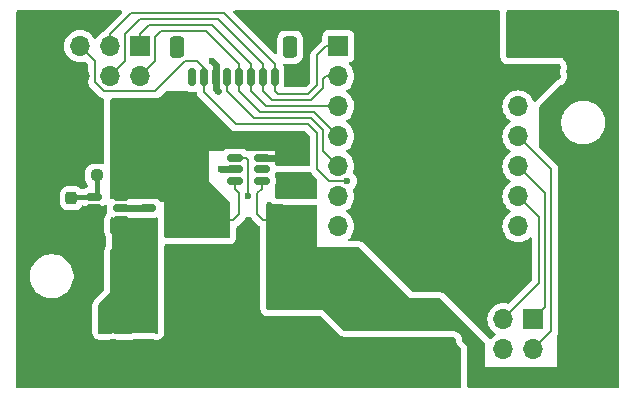
<source format=gbr>
%TF.GenerationSoftware,KiCad,Pcbnew,8.0.4*%
%TF.CreationDate,2024-08-21T00:11:03-04:00*%
%TF.ProjectId,Drone_Motherboard,44726f6e-655f-44d6-9f74-686572626f61,rev?*%
%TF.SameCoordinates,Original*%
%TF.FileFunction,Copper,L1,Top*%
%TF.FilePolarity,Positive*%
%FSLAX46Y46*%
G04 Gerber Fmt 4.6, Leading zero omitted, Abs format (unit mm)*
G04 Created by KiCad (PCBNEW 8.0.4) date 2024-08-21 00:11:03*
%MOMM*%
%LPD*%
G01*
G04 APERTURE LIST*
G04 Aperture macros list*
%AMRoundRect*
0 Rectangle with rounded corners*
0 $1 Rounding radius*
0 $2 $3 $4 $5 $6 $7 $8 $9 X,Y pos of 4 corners*
0 Add a 4 corners polygon primitive as box body*
4,1,4,$2,$3,$4,$5,$6,$7,$8,$9,$2,$3,0*
0 Add four circle primitives for the rounded corners*
1,1,$1+$1,$2,$3*
1,1,$1+$1,$4,$5*
1,1,$1+$1,$6,$7*
1,1,$1+$1,$8,$9*
0 Add four rect primitives between the rounded corners*
20,1,$1+$1,$2,$3,$4,$5,0*
20,1,$1+$1,$4,$5,$6,$7,0*
20,1,$1+$1,$6,$7,$8,$9,0*
20,1,$1+$1,$8,$9,$2,$3,0*%
G04 Aperture macros list end*
%TA.AperFunction,SMDPad,CuDef*%
%ADD10RoundRect,0.249999X-0.450001X-1.075001X0.450001X-1.075001X0.450001X1.075001X-0.450001X1.075001X0*%
%TD*%
%TA.AperFunction,ComponentPad*%
%ADD11R,1.700000X1.700000*%
%TD*%
%TA.AperFunction,ComponentPad*%
%ADD12O,1.700000X1.700000*%
%TD*%
%TA.AperFunction,SMDPad,CuDef*%
%ADD13RoundRect,0.150000X-0.150000X-0.625000X0.150000X-0.625000X0.150000X0.625000X-0.150000X0.625000X0*%
%TD*%
%TA.AperFunction,SMDPad,CuDef*%
%ADD14RoundRect,0.250000X-0.350000X-0.650000X0.350000X-0.650000X0.350000X0.650000X-0.350000X0.650000X0*%
%TD*%
%TA.AperFunction,SMDPad,CuDef*%
%ADD15RoundRect,0.237500X-0.237500X0.300000X-0.237500X-0.300000X0.237500X-0.300000X0.237500X0.300000X0*%
%TD*%
%TA.AperFunction,SMDPad,CuDef*%
%ADD16RoundRect,0.150000X-0.512500X-0.150000X0.512500X-0.150000X0.512500X0.150000X-0.512500X0.150000X0*%
%TD*%
%TA.AperFunction,SMDPad,CuDef*%
%ADD17RoundRect,0.250000X-0.550000X1.500000X-0.550000X-1.500000X0.550000X-1.500000X0.550000X1.500000X0*%
%TD*%
%TA.AperFunction,SMDPad,CuDef*%
%ADD18RoundRect,0.237500X0.300000X0.237500X-0.300000X0.237500X-0.300000X-0.237500X0.300000X-0.237500X0*%
%TD*%
%TA.AperFunction,SMDPad,CuDef*%
%ADD19RoundRect,0.237500X0.250000X0.237500X-0.250000X0.237500X-0.250000X-0.237500X0.250000X-0.237500X0*%
%TD*%
%TA.AperFunction,ViaPad*%
%ADD20C,0.600000*%
%TD*%
%TA.AperFunction,Conductor*%
%ADD21C,0.600000*%
%TD*%
%TA.AperFunction,Conductor*%
%ADD22C,0.200000*%
%TD*%
%TA.AperFunction,Conductor*%
%ADD23C,0.400000*%
%TD*%
G04 APERTURE END LIST*
D10*
%TO.P,R1,1*%
%TO.N,VIN*%
X130950000Y-122174000D03*
%TO.P,R1,2*%
%TO.N,+5V*%
X135750000Y-122174000D03*
%TD*%
D11*
%TO.P,SPI1,1,Pin_1*%
%TO.N,Net-(SPI1-Pin_1)*%
X157485000Y-130551000D03*
D12*
%TO.P,SPI1,2,Pin_2*%
%TO.N,Net-(SPI1-Pin_2)*%
X157485000Y-133091000D03*
%TO.P,SPI1,3,Pin_3*%
%TO.N,Net-(SPI1-Pin_3)*%
X154945000Y-130551000D03*
%TO.P,SPI1,4,Pin_4*%
%TO.N,Net-(SPI1-Pin_4)*%
X154945000Y-133091000D03*
%TD*%
D11*
%TO.P,JETSON_PWR1,1,Pin_1*%
%TO.N,+5V*%
X147325000Y-130551000D03*
D12*
%TO.P,JETSON_PWR1,2,Pin_2*%
%TO.N,GND*%
X147325000Y-133091000D03*
%TO.P,JETSON_PWR1,3,Pin_3*%
%TO.N,+5V*%
X144785000Y-130551000D03*
%TO.P,JETSON_PWR1,4,Pin_4*%
%TO.N,GND*%
X144785000Y-133091000D03*
%TD*%
D13*
%TO.P,ESC1,1,Pin_1*%
%TO.N,unconnected-(ESC1-Pin_1-Pad1)*%
X128580000Y-110037000D03*
%TO.P,ESC1,2,Pin_2*%
%TO.N,Net-(ESC1-Pin_2)*%
X129580000Y-110037000D03*
%TO.P,ESC1,3,Pin_3*%
%TO.N,GND*%
X130580000Y-110037000D03*
%TO.P,ESC1,4,Pin_4*%
%TO.N,Net-(ESC1-Pin_4)*%
X131580000Y-110037000D03*
%TO.P,ESC1,5,Pin_5*%
%TO.N,Net-(ESC1-Pin_5)*%
X132580000Y-110037000D03*
%TO.P,ESC1,6,Pin_6*%
%TO.N,Net-(ESC1-Pin_6)*%
X133580000Y-110037000D03*
%TO.P,ESC1,7,Pin_7*%
%TO.N,Net-(ESC1-Pin_7)*%
X134580000Y-110037000D03*
%TO.P,ESC1,8,Pin_8*%
%TO.N,Net-(ESC1-Pin_8)*%
X135580000Y-110037000D03*
D14*
%TO.P,ESC1,MP*%
%TO.N,N/C*%
X127280000Y-107512000D03*
X136880000Y-107512000D03*
%TD*%
D15*
%TO.P,C6,1*%
%TO.N,Net-(U2-VS)*%
X118364000Y-120295500D03*
%TO.P,C6,2*%
%TO.N,GND*%
X118364000Y-122020500D03*
%TD*%
%TO.P,C2,1*%
%TO.N,VIN*%
X136398000Y-116993500D03*
%TO.P,C2,2*%
%TO.N,GND*%
X136398000Y-118718500D03*
%TD*%
%TO.P,C1,1*%
%TO.N,+5V*%
X149865000Y-130958500D03*
%TO.P,C1,2*%
%TO.N,GND*%
X149865000Y-132683500D03*
%TD*%
D11*
%TO.P,VBUCK1,1,Pin_1*%
%TO.N,GND*%
X124465000Y-133101000D03*
D12*
%TO.P,VBUCK1,2,Pin_2*%
X121925000Y-133101000D03*
%TO.P,VBUCK1,3,Pin_3*%
%TO.N,Net-(Q1-S)*%
X124465000Y-130561000D03*
%TO.P,VBUCK1,4,Pin_4*%
X121925000Y-130561000D03*
%TD*%
D16*
%TO.P,U1,1*%
%TO.N,VSENSE*%
X132212500Y-116906000D03*
%TO.P,U1,2,V-*%
%TO.N,GND*%
X132212500Y-117856000D03*
%TO.P,U1,3,+*%
%TO.N,VIN*%
X132212500Y-118806000D03*
%TO.P,U1,4,-*%
%TO.N,+5V*%
X134487500Y-118806000D03*
%TO.P,U1,5*%
%TO.N,N/C*%
X134487500Y-117856000D03*
%TO.P,U1,6,V+*%
%TO.N,VIN*%
X134487500Y-116906000D03*
%TD*%
%TO.P,Q1,1,G*%
%TO.N,Net-(Q1-G)*%
X124846500Y-121158000D03*
%TO.P,Q1,2,S*%
%TO.N,Net-(Q1-S)*%
X124846500Y-123058000D03*
%TO.P,Q1,3,D*%
%TO.N,VIN*%
X127121500Y-122108000D03*
%TD*%
D17*
%TO.P,C5,1*%
%TO.N,+5V*%
X135890000Y-127856000D03*
%TO.P,C5,2*%
%TO.N,GND*%
X135890000Y-133256000D03*
%TD*%
D18*
%TO.P,C3,1*%
%TO.N,Net-(Q1-S)*%
X122528500Y-123952000D03*
%TO.P,C3,2*%
%TO.N,GND*%
X120803500Y-123952000D03*
%TD*%
D15*
%TO.P,C4,1*%
%TO.N,+5V*%
X142245000Y-130958500D03*
%TO.P,C4,2*%
%TO.N,GND*%
X142245000Y-132683500D03*
%TD*%
D11*
%TO.P,ESC_DEBUG1,1,Pin_1*%
%TO.N,Net-(ESC1-Pin_6)*%
X124191000Y-107437000D03*
D12*
%TO.P,ESC_DEBUG1,2,Pin_2*%
%TO.N,Net-(ESC1-Pin_5)*%
X124191000Y-109977000D03*
%TO.P,ESC_DEBUG1,3,Pin_3*%
%TO.N,Net-(ESC1-Pin_8)*%
X121651000Y-107437000D03*
%TO.P,ESC_DEBUG1,4,Pin_4*%
%TO.N,Net-(ESC1-Pin_7)*%
X121651000Y-109977000D03*
%TO.P,ESC_DEBUG1,5,Pin_5*%
%TO.N,Net-(ESC1-Pin_2)*%
X119111000Y-107437000D03*
%TO.P,ESC_DEBUG1,6,Pin_6*%
%TO.N,GND*%
X119111000Y-109977000D03*
%TD*%
D15*
%TO.P,C7,1*%
%TO.N,+5V*%
X158750000Y-107849500D03*
%TO.P,C7,2*%
%TO.N,GND*%
X158750000Y-109574500D03*
%TD*%
D19*
%TO.P,R2,1*%
%TO.N,VIN*%
X122324500Y-118364000D03*
%TO.P,R2,2*%
%TO.N,Net-(U2-VS)*%
X120499500Y-118364000D03*
%TD*%
D11*
%TO.P,XIAO_L1,1,Pin_1*%
%TO.N,Net-(ESC1-Pin_8)*%
X140970000Y-107442000D03*
D12*
%TO.P,XIAO_L1,2,Pin_2*%
%TO.N,Net-(ESC1-Pin_7)*%
X140970000Y-109982000D03*
%TO.P,XIAO_L1,3,Pin_3*%
%TO.N,Net-(ESC1-Pin_6)*%
X140970000Y-112522000D03*
%TO.P,XIAO_L1,4,Pin_4*%
%TO.N,Net-(ESC1-Pin_5)*%
X140970000Y-115062000D03*
%TO.P,XIAO_L1,5,Pin_5*%
%TO.N,Net-(ESC1-Pin_4)*%
X140970000Y-117602000D03*
%TO.P,XIAO_L1,6,Pin_6*%
%TO.N,VSENSE*%
X140970000Y-120142000D03*
%TO.P,XIAO_L1,7,Pin_7*%
%TO.N,Net-(SPI1-Pin_4)*%
X140970000Y-122682000D03*
%TD*%
D11*
%TO.P,XIAO_R1,1,Pin_1*%
%TO.N,+5V*%
X156210000Y-107442000D03*
D12*
%TO.P,XIAO_R1,2,Pin_2*%
%TO.N,GND*%
X156210000Y-109982000D03*
%TO.P,XIAO_R1,3,Pin_3*%
%TO.N,unconnected-(XIAO_R1-Pin_3-Pad3)*%
X156210000Y-112522000D03*
%TO.P,XIAO_R1,4,Pin_4*%
%TO.N,Net-(SPI1-Pin_2)*%
X156210000Y-115062000D03*
%TO.P,XIAO_R1,5,Pin_5*%
%TO.N,Net-(SPI1-Pin_1)*%
X156210000Y-117602000D03*
%TO.P,XIAO_R1,6,Pin_6*%
%TO.N,Net-(SPI1-Pin_3)*%
X156210000Y-120142000D03*
%TO.P,XIAO_R1,7,Pin_7*%
%TO.N,Net-(ESC1-Pin_2)*%
X156210000Y-122682000D03*
%TD*%
D16*
%TO.P,U2,1,VS*%
%TO.N,Net-(U2-VS)*%
X120274500Y-120208000D03*
%TO.P,U2,2,GND*%
%TO.N,GND*%
X120274500Y-121158000D03*
%TO.P,U2,3,OFF*%
X120274500Y-122108000D03*
%TO.P,U2,4,IN*%
%TO.N,Net-(Q1-S)*%
X122549500Y-122108000D03*
%TO.P,U2,5,GATE*%
%TO.N,Net-(Q1-G)*%
X122549500Y-121158000D03*
%TO.P,U2,6,OUT*%
%TO.N,VIN*%
X122549500Y-120208000D03*
%TD*%
D20*
%TO.N,GND*%
X130302000Y-108712000D03*
X130810000Y-111252000D03*
X159512000Y-109212000D03*
X125722000Y-133596000D03*
X125722000Y-132580000D03*
X137152000Y-134612000D03*
X120642000Y-132580000D03*
X124960000Y-134358000D03*
X150614000Y-132326000D03*
X141470000Y-132326000D03*
X159512000Y-109974000D03*
X134612000Y-132072000D03*
X117848000Y-109466000D03*
X123944000Y-134358000D03*
X141470000Y-133088000D03*
X137152000Y-133342000D03*
X137152000Y-119118000D03*
X150614000Y-133088000D03*
X142232000Y-133596000D03*
X120642000Y-133596000D03*
X158750000Y-110482000D03*
X137152000Y-132072000D03*
X134612000Y-134612000D03*
X134612000Y-133342000D03*
X131056000Y-117848000D03*
X137152000Y-118356000D03*
X117848000Y-110482000D03*
X121404000Y-134358000D03*
X149852000Y-133596000D03*
X119626000Y-111244000D03*
X122420000Y-134358000D03*
X118610000Y-111244000D03*
%TO.N,Net-(ESC1-Pin_2)*%
X141732000Y-118872000D03*
%TO.N,VSENSE*%
X133350000Y-120142000D03*
%TD*%
D21*
%TO.N,GND*%
X130580000Y-111022000D02*
X130810000Y-111252000D01*
X130580000Y-110037000D02*
X130580000Y-111022000D01*
X130580000Y-108990000D02*
X130302000Y-108712000D01*
X130580000Y-110037000D02*
X130580000Y-108990000D01*
D22*
%TO.N,+5V*%
X135750000Y-122174000D02*
X134620000Y-122174000D01*
X134112000Y-121666000D02*
X134112000Y-119888000D01*
X134112000Y-119888000D02*
X134487500Y-119512500D01*
X134487500Y-119512500D02*
X134487500Y-118806000D01*
X134620000Y-122174000D02*
X134112000Y-121666000D01*
D21*
%TO.N,GND*%
X132212500Y-117856000D02*
X131064000Y-117856000D01*
X131064000Y-117856000D02*
X131056000Y-117848000D01*
D22*
%TO.N,VIN*%
X132588000Y-121666000D02*
X132588000Y-119888000D01*
X130950000Y-122174000D02*
X132080000Y-122174000D01*
D21*
X134487500Y-116906000D02*
X136310500Y-116906000D01*
X136310500Y-116906000D02*
X136398000Y-116993500D01*
D22*
X132080000Y-122174000D02*
X132588000Y-121666000D01*
X132588000Y-119888000D02*
X132212500Y-119512500D01*
X132212500Y-119512500D02*
X132212500Y-118806000D01*
D23*
%TO.N,Net-(U2-VS)*%
X120499500Y-118364000D02*
X120499500Y-119983000D01*
X120274500Y-120208000D02*
X118451500Y-120208000D01*
X120499500Y-119983000D02*
X120274500Y-120208000D01*
D22*
%TO.N,Net-(ESC1-Pin_5)*%
X132580000Y-111244000D02*
X134366000Y-113030000D01*
X134366000Y-113030000D02*
X138938000Y-113030000D01*
X125476000Y-106680000D02*
X125476000Y-108692000D01*
X132580000Y-108958000D02*
X129794000Y-106172000D01*
X129794000Y-106172000D02*
X125984000Y-106172000D01*
X132580000Y-110037000D02*
X132580000Y-111244000D01*
X138938000Y-113030000D02*
X140970000Y-115062000D01*
X125984000Y-106172000D02*
X125476000Y-106680000D01*
X132580000Y-110037000D02*
X132580000Y-108958000D01*
X125476000Y-108692000D02*
X124191000Y-109977000D01*
%TO.N,Net-(ESC1-Pin_4)*%
X133858000Y-113538000D02*
X138684000Y-113538000D01*
X139700000Y-116332000D02*
X140970000Y-117602000D01*
X138684000Y-113538000D02*
X139700000Y-114554000D01*
X131580000Y-111260000D02*
X133858000Y-113538000D01*
X139700000Y-114554000D02*
X139700000Y-116332000D01*
X131580000Y-110037000D02*
X131580000Y-111260000D01*
%TO.N,Net-(ESC1-Pin_7)*%
X139700000Y-110998000D02*
X138684000Y-112014000D01*
X130810000Y-105156000D02*
X124189000Y-105156000D01*
X124189000Y-105156000D02*
X122936000Y-106409000D01*
X135382000Y-112014000D02*
X134580000Y-111212000D01*
X139954000Y-109982000D02*
X139700000Y-110236000D01*
X139700000Y-110236000D02*
X139700000Y-110998000D01*
X134580000Y-111212000D02*
X134580000Y-110037000D01*
X134580000Y-108926000D02*
X130810000Y-105156000D01*
X138684000Y-112014000D02*
X135382000Y-112014000D01*
X134580000Y-110037000D02*
X134580000Y-108926000D01*
X122936000Y-108692000D02*
X121651000Y-109977000D01*
X140970000Y-109982000D02*
X139954000Y-109982000D01*
X122936000Y-106409000D02*
X122936000Y-108692000D01*
%TO.N,Net-(ESC1-Pin_8)*%
X139192000Y-108204000D02*
X139192000Y-110744000D01*
X138430000Y-111506000D02*
X135826500Y-111506000D01*
X135580000Y-110037000D02*
X135580000Y-108934501D01*
X121651000Y-106441000D02*
X121651000Y-107437000D01*
X135580000Y-108934501D02*
X131293499Y-104648000D01*
X135826500Y-111506000D02*
X135580000Y-111259500D01*
X139192000Y-110744000D02*
X138430000Y-111506000D01*
X123444000Y-104648000D02*
X121651000Y-106441000D01*
X135580000Y-111259500D02*
X135580000Y-110037000D01*
X139954000Y-107442000D02*
X139192000Y-108204000D01*
X131293499Y-104648000D02*
X123444000Y-104648000D01*
X140970000Y-107442000D02*
X139954000Y-107442000D01*
%TO.N,Net-(ESC1-Pin_6)*%
X133580000Y-110037000D02*
X133580000Y-111228000D01*
X133580000Y-108942000D02*
X130302000Y-105664000D01*
X130302000Y-105664000D02*
X124968000Y-105664000D01*
X134874000Y-112522000D02*
X140970000Y-112522000D01*
X124968000Y-105664000D02*
X124191000Y-106441000D01*
X124191000Y-106441000D02*
X124191000Y-107437000D01*
X133580000Y-111228000D02*
X134874000Y-112522000D01*
X133580000Y-110037000D02*
X133580000Y-108942000D01*
%TO.N,Net-(ESC1-Pin_2)*%
X121158000Y-111252000D02*
X125476000Y-111252000D01*
X120396000Y-108722000D02*
X120396000Y-110490000D01*
X138430000Y-114046000D02*
X132334000Y-114046000D01*
X128016000Y-108712000D02*
X129032000Y-108712000D01*
X129580000Y-109260000D02*
X129580000Y-110037000D01*
X140208000Y-118872000D02*
X139192000Y-117856000D01*
X139192000Y-114808000D02*
X138430000Y-114046000D01*
X119111000Y-107437000D02*
X120396000Y-108722000D01*
X120396000Y-110490000D02*
X121158000Y-111252000D01*
X141732000Y-118872000D02*
X140208000Y-118872000D01*
X129580000Y-111292000D02*
X129580000Y-110037000D01*
X132334000Y-114046000D02*
X129580000Y-111292000D01*
X129032000Y-108712000D02*
X129580000Y-109260000D01*
X125476000Y-111252000D02*
X128016000Y-108712000D01*
X139192000Y-117856000D02*
X139192000Y-114808000D01*
D21*
%TO.N,Net-(Q1-G)*%
X122549500Y-121158000D02*
X124846500Y-121158000D01*
D22*
%TO.N,VSENSE*%
X133350000Y-117094000D02*
X133162000Y-116906000D01*
X133350000Y-120142000D02*
X133350000Y-117094000D01*
X133162000Y-116906000D02*
X132212500Y-116906000D01*
%TO.N,Net-(SPI1-Pin_1)*%
X158496000Y-119888000D02*
X156210000Y-117602000D01*
X158496000Y-129540000D02*
X158496000Y-119888000D01*
X157485000Y-130551000D02*
X158496000Y-129540000D01*
%TO.N,Net-(SPI1-Pin_3)*%
X157988000Y-121920000D02*
X156210000Y-120142000D01*
X157988000Y-127508000D02*
X157988000Y-121920000D01*
X154945000Y-130551000D02*
X157988000Y-127508000D01*
%TO.N,Net-(SPI1-Pin_2)*%
X159004000Y-131572000D02*
X159004000Y-117856000D01*
X157485000Y-133091000D02*
X159004000Y-131572000D01*
X159004000Y-117856000D02*
X156210000Y-115062000D01*
%TD*%
%TA.AperFunction,Conductor*%
%TO.N,+5V*%
G36*
X164642539Y-104420185D02*
G01*
X164688294Y-104472989D01*
X164699500Y-104524500D01*
X164699500Y-136275500D01*
X164679815Y-136342539D01*
X164627011Y-136388294D01*
X164575500Y-136399500D01*
X152016000Y-136399500D01*
X151948961Y-136379815D01*
X151903206Y-136327011D01*
X151892000Y-136275500D01*
X151892000Y-132842000D01*
X151455778Y-132405778D01*
X151422293Y-132344455D01*
X151420239Y-132331980D01*
X151399369Y-132146750D01*
X151399368Y-132146745D01*
X151339789Y-131976478D01*
X151243816Y-131823738D01*
X151116262Y-131696184D01*
X151044443Y-131651057D01*
X150963523Y-131600211D01*
X150793254Y-131540631D01*
X150793249Y-131540630D01*
X150614004Y-131520435D01*
X150613996Y-131520435D01*
X150434750Y-131540630D01*
X150434737Y-131540633D01*
X150364986Y-131565041D01*
X150324031Y-131572000D01*
X141759969Y-131572000D01*
X141719014Y-131565041D01*
X141649262Y-131540633D01*
X141649250Y-131540630D01*
X141464018Y-131519760D01*
X141399604Y-131492693D01*
X141390221Y-131484221D01*
X139700000Y-129794000D01*
X134998000Y-129794000D01*
X134930961Y-129774315D01*
X134885206Y-129721511D01*
X134874000Y-129670000D01*
X134874000Y-120774000D01*
X134893685Y-120706961D01*
X134946489Y-120661206D01*
X134998000Y-120650000D01*
X135245316Y-120650000D01*
X135312355Y-120669685D01*
X135326519Y-120680288D01*
X135411660Y-120754064D01*
X135411661Y-120754065D01*
X135411664Y-120754067D01*
X135411666Y-120754068D01*
X135411668Y-120754069D01*
X135465476Y-120778643D01*
X135542541Y-120813838D01*
X135609580Y-120833523D01*
X135609584Y-120833524D01*
X135752000Y-120854000D01*
X136217942Y-120854000D01*
X136230502Y-120854637D01*
X136232800Y-120854872D01*
X136259233Y-120860527D01*
X136280585Y-120867602D01*
X136281313Y-120867844D01*
X136297888Y-120873022D01*
X136297890Y-120873022D01*
X136297895Y-120873024D01*
X136297897Y-120873024D01*
X136297900Y-120873025D01*
X136323664Y-120876729D01*
X136440311Y-120893500D01*
X136440314Y-120893500D01*
X139068000Y-120893500D01*
X139135039Y-120913185D01*
X139180794Y-120965989D01*
X139192000Y-121017500D01*
X139192000Y-124460000D01*
X142696638Y-124460000D01*
X142763677Y-124479685D01*
X142784319Y-124496319D01*
X147066000Y-128778000D01*
X149554638Y-128778000D01*
X149621677Y-128797685D01*
X149642319Y-128814319D01*
X153379681Y-132551681D01*
X153413166Y-132613004D01*
X153416000Y-132639362D01*
X153416000Y-134620000D01*
X159512000Y-134620000D01*
X159512000Y-131926343D01*
X159528612Y-131864344D01*
X159563577Y-131803784D01*
X159604500Y-131651057D01*
X159604500Y-117945060D01*
X159604501Y-117945047D01*
X159604501Y-117776944D01*
X159563576Y-117624214D01*
X159563573Y-117624209D01*
X159484524Y-117487290D01*
X159484518Y-117487282D01*
X158024319Y-116027083D01*
X157990834Y-115965760D01*
X157988000Y-115939402D01*
X157988000Y-113778711D01*
X159849500Y-113778711D01*
X159849500Y-114021288D01*
X159881161Y-114261785D01*
X159943947Y-114496104D01*
X160036773Y-114720205D01*
X160036776Y-114720212D01*
X160158064Y-114930289D01*
X160158066Y-114930292D01*
X160158067Y-114930293D01*
X160305733Y-115122736D01*
X160305739Y-115122743D01*
X160477256Y-115294260D01*
X160477262Y-115294265D01*
X160669711Y-115441936D01*
X160879788Y-115563224D01*
X161103900Y-115656054D01*
X161338211Y-115718838D01*
X161497664Y-115739830D01*
X161578711Y-115750500D01*
X161578712Y-115750500D01*
X161821289Y-115750500D01*
X161869388Y-115744167D01*
X162061789Y-115718838D01*
X162296100Y-115656054D01*
X162520212Y-115563224D01*
X162730289Y-115441936D01*
X162922738Y-115294265D01*
X163094265Y-115122738D01*
X163241936Y-114930289D01*
X163363224Y-114720212D01*
X163456054Y-114496100D01*
X163518838Y-114261789D01*
X163550500Y-114021288D01*
X163550500Y-113778712D01*
X163518838Y-113538211D01*
X163456054Y-113303900D01*
X163363224Y-113079788D01*
X163241936Y-112869711D01*
X163094265Y-112677262D01*
X163094260Y-112677256D01*
X162922743Y-112505739D01*
X162922736Y-112505733D01*
X162730293Y-112358067D01*
X162730292Y-112358066D01*
X162730289Y-112358064D01*
X162520212Y-112236776D01*
X162520205Y-112236773D01*
X162296104Y-112143947D01*
X162061785Y-112081161D01*
X161821289Y-112049500D01*
X161821288Y-112049500D01*
X161578712Y-112049500D01*
X161578711Y-112049500D01*
X161338214Y-112081161D01*
X161103895Y-112143947D01*
X160879794Y-112236773D01*
X160879785Y-112236777D01*
X160669706Y-112358067D01*
X160477263Y-112505733D01*
X160477256Y-112505739D01*
X160305739Y-112677256D01*
X160305733Y-112677263D01*
X160158067Y-112869706D01*
X160036777Y-113079785D01*
X160036773Y-113079794D01*
X159943947Y-113303895D01*
X159881161Y-113538214D01*
X159849500Y-113778711D01*
X157988000Y-113778711D01*
X157988000Y-112573361D01*
X158007685Y-112506322D01*
X158024314Y-112485685D01*
X159762583Y-110747416D01*
X159809304Y-110718060D01*
X159861522Y-110699789D01*
X160014262Y-110603816D01*
X160141816Y-110476262D01*
X160237789Y-110323522D01*
X160297368Y-110153255D01*
X160317565Y-109974000D01*
X160297368Y-109794745D01*
X160297367Y-109794743D01*
X160297366Y-109794737D01*
X160241106Y-109633955D01*
X160237544Y-109564176D01*
X160241106Y-109552045D01*
X160297366Y-109391262D01*
X160297369Y-109391249D01*
X160317565Y-109212003D01*
X160317565Y-109211996D01*
X160297369Y-109032750D01*
X160297368Y-109032745D01*
X160272083Y-108960484D01*
X160237789Y-108862478D01*
X160141816Y-108709738D01*
X160056319Y-108624241D01*
X160022834Y-108562918D01*
X160020000Y-108536560D01*
X160020000Y-108458000D01*
X159801969Y-108458000D01*
X159761014Y-108451041D01*
X159691262Y-108426633D01*
X159691249Y-108426630D01*
X159512004Y-108406435D01*
X159511996Y-108406435D01*
X159332750Y-108426630D01*
X159332737Y-108426633D01*
X159262986Y-108451041D01*
X159222031Y-108458000D01*
X155318000Y-108458000D01*
X155250961Y-108438315D01*
X155205206Y-108385511D01*
X155194000Y-108334000D01*
X155194000Y-104524500D01*
X155213685Y-104457461D01*
X155266489Y-104411706D01*
X155318000Y-104400500D01*
X164575500Y-104400500D01*
X164642539Y-104420185D01*
G37*
%TD.AperFunction*%
%TD*%
%TA.AperFunction,Conductor*%
%TO.N,Net-(Q1-S)*%
G36*
X121829308Y-121925057D02*
G01*
X121934426Y-121955597D01*
X121934429Y-121955597D01*
X121934431Y-121955598D01*
X121971306Y-121958500D01*
X121971314Y-121958500D01*
X125424686Y-121958500D01*
X125424694Y-121958500D01*
X125461569Y-121955598D01*
X125461571Y-121955597D01*
X125461573Y-121955597D01*
X125576219Y-121922289D01*
X125646088Y-121922488D01*
X125704758Y-121960430D01*
X125733602Y-122024068D01*
X125734814Y-122041426D01*
X125730079Y-131662772D01*
X125710361Y-131729802D01*
X125657535Y-131775531D01*
X125619961Y-131785931D01*
X125614349Y-131786564D01*
X125557507Y-131792968D01*
X125500293Y-131785929D01*
X125422485Y-131756909D01*
X125422483Y-131756908D01*
X125362883Y-131750501D01*
X125362881Y-131750500D01*
X125362873Y-131750500D01*
X125362864Y-131750500D01*
X123567129Y-131750500D01*
X123567123Y-131750501D01*
X123507516Y-131756908D01*
X123372671Y-131807202D01*
X123366025Y-131810832D01*
X123306597Y-131826000D01*
X122400894Y-131826000D01*
X122368801Y-131821775D01*
X122160413Y-131765938D01*
X122160403Y-131765936D01*
X121925001Y-131745341D01*
X121924999Y-131745341D01*
X121689596Y-131765936D01*
X121689586Y-131765938D01*
X121481199Y-131821775D01*
X121449106Y-131826000D01*
X120931969Y-131826000D01*
X120891014Y-131819041D01*
X120821256Y-131794631D01*
X120760115Y-131787742D01*
X120695702Y-131760675D01*
X120656147Y-131703080D01*
X120650000Y-131664522D01*
X120650000Y-129337362D01*
X120669685Y-129270323D01*
X120686319Y-129249681D01*
X121665999Y-128270001D01*
X121666000Y-128270000D01*
X121668692Y-124714033D01*
X121687152Y-124649032D01*
X121776908Y-124503516D01*
X121831174Y-124339753D01*
X121841500Y-124238677D01*
X121841499Y-123665324D01*
X121831174Y-123564247D01*
X121776908Y-123400484D01*
X121688304Y-123256834D01*
X121669844Y-123191649D01*
X121670713Y-122044036D01*
X121690448Y-121977015D01*
X121743287Y-121931300D01*
X121812453Y-121921409D01*
X121829308Y-121925057D01*
G37*
%TD.AperFunction*%
%TD*%
%TA.AperFunction,Conductor*%
%TO.N,VIN*%
G36*
X128166033Y-111262200D02*
G01*
X128169602Y-111263744D01*
X128327426Y-111309597D01*
X128327429Y-111309597D01*
X128327431Y-111309598D01*
X128364306Y-111312500D01*
X128364314Y-111312500D01*
X128795686Y-111312500D01*
X128795694Y-111312500D01*
X128832569Y-111309598D01*
X128832572Y-111309597D01*
X128838799Y-111308460D01*
X128839040Y-111309780D01*
X128901876Y-111309958D01*
X128960548Y-111347897D01*
X128986380Y-111396739D01*
X129020423Y-111523785D01*
X129020424Y-111523787D01*
X129039932Y-111557575D01*
X129039933Y-111557578D01*
X129099475Y-111660709D01*
X129099481Y-111660717D01*
X129218349Y-111779585D01*
X129218355Y-111779590D01*
X131849139Y-114410374D01*
X131849149Y-114410385D01*
X131853479Y-114414715D01*
X131853480Y-114414716D01*
X131965284Y-114526520D01*
X132051361Y-114576216D01*
X132102215Y-114605577D01*
X132254943Y-114646500D01*
X132413057Y-114646500D01*
X138129903Y-114646500D01*
X138196942Y-114666185D01*
X138217584Y-114682819D01*
X138555181Y-115020416D01*
X138588666Y-115081739D01*
X138591500Y-115108097D01*
X138591500Y-117472500D01*
X138571815Y-117539539D01*
X138519011Y-117585294D01*
X138467500Y-117596500D01*
X137426248Y-117596500D01*
X137385293Y-117589541D01*
X137331256Y-117570632D01*
X137331246Y-117570630D01*
X137152004Y-117550435D01*
X137151996Y-117550435D01*
X136972753Y-117570630D01*
X136972743Y-117570632D01*
X136918707Y-117589541D01*
X136877752Y-117596500D01*
X135760000Y-117596500D01*
X135692961Y-117576815D01*
X135647206Y-117524011D01*
X135636000Y-117472500D01*
X135636000Y-116332000D01*
X133356284Y-116332000D01*
X133324191Y-116327775D01*
X133279971Y-116315926D01*
X133241054Y-116305498D01*
X133232998Y-116304438D01*
X133233340Y-116301838D01*
X133178768Y-116285814D01*
X133158125Y-116269179D01*
X133126870Y-116237923D01*
X133126862Y-116237917D01*
X132985396Y-116154255D01*
X132985393Y-116154254D01*
X132827573Y-116108402D01*
X132827567Y-116108401D01*
X132790701Y-116105500D01*
X132790694Y-116105500D01*
X131634306Y-116105500D01*
X131634298Y-116105500D01*
X131597432Y-116108401D01*
X131597426Y-116108402D01*
X131439606Y-116154254D01*
X131439603Y-116154255D01*
X131298137Y-116237917D01*
X131298133Y-116237920D01*
X131269253Y-116266800D01*
X131240371Y-116295682D01*
X131179051Y-116329166D01*
X131152692Y-116332000D01*
X130048000Y-116332000D01*
X130048000Y-118872000D01*
X131789681Y-120613681D01*
X131823166Y-120675004D01*
X131826000Y-120701362D01*
X131826000Y-123574000D01*
X131806315Y-123641039D01*
X131753511Y-123686794D01*
X131702000Y-123698000D01*
X126362000Y-123698000D01*
X126294961Y-123678315D01*
X126249206Y-123625511D01*
X126238000Y-123574000D01*
X126238000Y-120650000D01*
X125971854Y-120650000D01*
X125904815Y-120630315D01*
X125883467Y-120610781D01*
X125882598Y-120611651D01*
X125760870Y-120489923D01*
X125760862Y-120489917D01*
X125619396Y-120406255D01*
X125619393Y-120406254D01*
X125461573Y-120360402D01*
X125461567Y-120360401D01*
X125424701Y-120357500D01*
X125424694Y-120357500D01*
X124925342Y-120357500D01*
X123127694Y-120357500D01*
X121971306Y-120357500D01*
X121971298Y-120357500D01*
X121934432Y-120360401D01*
X121934426Y-120360402D01*
X121824595Y-120392312D01*
X121754726Y-120392113D01*
X121696056Y-120354171D01*
X121667212Y-120290533D01*
X121666000Y-120273236D01*
X121666000Y-111976500D01*
X121685685Y-111909461D01*
X121738489Y-111863706D01*
X121790000Y-111852500D01*
X125389331Y-111852500D01*
X125389347Y-111852501D01*
X125396943Y-111852501D01*
X125555054Y-111852501D01*
X125555057Y-111852501D01*
X125707785Y-111811577D01*
X125775433Y-111772520D01*
X125844716Y-111732520D01*
X125956520Y-111620716D01*
X125956520Y-111620714D01*
X125966724Y-111610511D01*
X125966727Y-111610506D01*
X126288915Y-111288318D01*
X126350238Y-111254834D01*
X126376596Y-111252000D01*
X128116784Y-111252000D01*
X128166033Y-111262200D01*
G37*
%TD.AperFunction*%
%TD*%
%TA.AperFunction,Conductor*%
%TO.N,GND*%
G36*
X138644421Y-118108565D02*
G01*
X138644422Y-118108570D01*
X138644423Y-118108570D01*
X138711475Y-118224709D01*
X138711481Y-118224717D01*
X138830349Y-118343585D01*
X138830355Y-118343590D01*
X139147681Y-118660916D01*
X139181166Y-118722239D01*
X139184000Y-118748597D01*
X139184000Y-120388000D01*
X136440311Y-120388000D01*
X136352798Y-120359001D01*
X136352796Y-120359000D01*
X136250017Y-120348500D01*
X136250010Y-120348500D01*
X135752000Y-120348500D01*
X135684961Y-120328815D01*
X135639206Y-120276011D01*
X135628000Y-120224500D01*
X135628000Y-119143672D01*
X135632924Y-119109076D01*
X135634461Y-119103785D01*
X135647598Y-119058569D01*
X135650500Y-119021694D01*
X135650500Y-118590306D01*
X135647598Y-118553431D01*
X135632924Y-118502922D01*
X135628000Y-118468327D01*
X135628000Y-118193672D01*
X135632924Y-118159076D01*
X135647598Y-118108569D01*
X135648115Y-118102000D01*
X138640630Y-118102000D01*
X138644421Y-118108565D01*
G37*
%TD.AperFunction*%
%TD*%
%TA.AperFunction,Conductor*%
%TO.N,GND*%
G36*
X122609942Y-104420185D02*
G01*
X122655697Y-104472989D01*
X122665641Y-104542147D01*
X122636616Y-104605703D01*
X122630584Y-104612181D01*
X121282286Y-105960478D01*
X121170481Y-106072282D01*
X121170479Y-106072284D01*
X121129537Y-106143201D01*
X121129533Y-106143207D01*
X121112068Y-106173454D01*
X121061499Y-106221667D01*
X121057091Y-106223830D01*
X120973173Y-106262963D01*
X120973169Y-106262965D01*
X120779597Y-106398505D01*
X120612505Y-106565597D01*
X120482575Y-106751158D01*
X120427998Y-106794783D01*
X120358500Y-106801977D01*
X120296145Y-106770454D01*
X120279425Y-106751158D01*
X120149494Y-106565597D01*
X119982402Y-106398506D01*
X119982395Y-106398501D01*
X119788834Y-106262967D01*
X119788830Y-106262965D01*
X119700266Y-106221667D01*
X119574663Y-106163097D01*
X119574659Y-106163096D01*
X119574655Y-106163094D01*
X119346413Y-106101938D01*
X119346403Y-106101936D01*
X119111001Y-106081341D01*
X119110999Y-106081341D01*
X118875596Y-106101936D01*
X118875586Y-106101938D01*
X118647344Y-106163094D01*
X118647335Y-106163098D01*
X118433171Y-106262964D01*
X118433169Y-106262965D01*
X118239597Y-106398505D01*
X118072505Y-106565597D01*
X117936965Y-106759169D01*
X117936964Y-106759171D01*
X117837098Y-106973335D01*
X117837094Y-106973344D01*
X117775938Y-107201586D01*
X117775936Y-107201596D01*
X117755341Y-107436999D01*
X117755341Y-107437000D01*
X117775936Y-107672403D01*
X117775938Y-107672413D01*
X117837094Y-107900655D01*
X117837096Y-107900659D01*
X117837097Y-107900663D01*
X117917499Y-108073085D01*
X117936965Y-108114830D01*
X117936967Y-108114834D01*
X118005015Y-108212016D01*
X118072505Y-108308401D01*
X118239599Y-108475495D01*
X118323631Y-108534335D01*
X118433165Y-108611032D01*
X118433167Y-108611033D01*
X118433170Y-108611035D01*
X118647337Y-108710903D01*
X118647343Y-108710904D01*
X118647344Y-108710905D01*
X118678089Y-108719143D01*
X118875592Y-108772063D01*
X119063918Y-108788539D01*
X119110999Y-108792659D01*
X119111000Y-108792659D01*
X119111001Y-108792659D01*
X119150234Y-108789226D01*
X119346408Y-108772063D01*
X119474757Y-108737672D01*
X119544606Y-108739335D01*
X119594531Y-108769766D01*
X119759181Y-108934416D01*
X119792666Y-108995739D01*
X119795500Y-109022097D01*
X119795500Y-110403330D01*
X119795499Y-110403348D01*
X119795499Y-110569054D01*
X119795498Y-110569054D01*
X119836423Y-110721785D01*
X119861123Y-110764565D01*
X119861124Y-110764569D01*
X119861125Y-110764569D01*
X119912411Y-110853401D01*
X119915479Y-110858714D01*
X119915481Y-110858717D01*
X120034349Y-110977585D01*
X120034354Y-110977589D01*
X120789284Y-111732520D01*
X120789286Y-111732521D01*
X120789290Y-111732524D01*
X120926209Y-111811573D01*
X120926216Y-111811577D01*
X121068777Y-111849777D01*
X121128434Y-111886140D01*
X121158963Y-111948987D01*
X121160064Y-111972071D01*
X121160500Y-111972071D01*
X121160500Y-117313509D01*
X121140815Y-117380548D01*
X121088011Y-117426303D01*
X121018853Y-117436247D01*
X120997496Y-117431215D01*
X120994305Y-117430157D01*
X120899753Y-117398826D01*
X120899751Y-117398825D01*
X120798678Y-117388500D01*
X120200330Y-117388500D01*
X120200312Y-117388501D01*
X120099247Y-117398825D01*
X119935484Y-117453092D01*
X119935481Y-117453093D01*
X119788648Y-117543661D01*
X119666661Y-117665648D01*
X119576093Y-117812481D01*
X119576091Y-117812486D01*
X119567831Y-117837413D01*
X119521826Y-117976247D01*
X119521826Y-117976248D01*
X119521825Y-117976248D01*
X119511500Y-118077315D01*
X119511500Y-118650669D01*
X119511501Y-118650687D01*
X119521825Y-118751752D01*
X119528013Y-118770425D01*
X119576092Y-118915516D01*
X119664328Y-119058570D01*
X119666661Y-119062351D01*
X119762681Y-119158371D01*
X119796166Y-119219694D01*
X119799000Y-119246052D01*
X119799000Y-119284793D01*
X119779315Y-119351832D01*
X119726511Y-119397587D01*
X119684729Y-119408411D01*
X119659432Y-119410401D01*
X119659426Y-119410402D01*
X119501606Y-119456254D01*
X119501603Y-119456255D01*
X119444152Y-119490232D01*
X119381031Y-119507500D01*
X119208552Y-119507500D01*
X119141513Y-119487815D01*
X119120871Y-119471181D01*
X119062351Y-119412661D01*
X119062350Y-119412660D01*
X118915516Y-119322092D01*
X118751753Y-119267826D01*
X118751751Y-119267825D01*
X118650678Y-119257500D01*
X118077330Y-119257500D01*
X118077312Y-119257501D01*
X117976247Y-119267825D01*
X117812484Y-119322092D01*
X117812481Y-119322093D01*
X117665648Y-119412661D01*
X117543661Y-119534648D01*
X117453093Y-119681481D01*
X117453092Y-119681484D01*
X117398826Y-119845247D01*
X117398826Y-119845248D01*
X117398825Y-119845248D01*
X117388500Y-119946315D01*
X117388500Y-120644669D01*
X117388501Y-120644687D01*
X117398825Y-120745752D01*
X117410570Y-120781195D01*
X117452755Y-120908500D01*
X117453092Y-120909515D01*
X117453093Y-120909518D01*
X117487395Y-120965129D01*
X117543660Y-121056350D01*
X117665650Y-121178340D01*
X117812484Y-121268908D01*
X117976247Y-121323174D01*
X118077323Y-121333500D01*
X118650676Y-121333499D01*
X118650684Y-121333498D01*
X118650687Y-121333498D01*
X118712879Y-121327145D01*
X118751753Y-121323174D01*
X118915516Y-121268908D01*
X119062350Y-121178340D01*
X119184340Y-121056350D01*
X119239202Y-120967403D01*
X119291150Y-120920679D01*
X119344741Y-120908500D01*
X119381031Y-120908500D01*
X119444151Y-120925767D01*
X119501602Y-120959744D01*
X119527968Y-120967404D01*
X119659426Y-121005597D01*
X119659429Y-121005597D01*
X119659431Y-121005598D01*
X119696306Y-121008500D01*
X119696314Y-121008500D01*
X120852686Y-121008500D01*
X120852694Y-121008500D01*
X120889569Y-121005598D01*
X120889571Y-121005597D01*
X120889573Y-121005597D01*
X120931191Y-120993505D01*
X121047398Y-120959744D01*
X121188865Y-120876081D01*
X121188864Y-120876081D01*
X121195580Y-120872110D01*
X121196655Y-120873928D01*
X121251532Y-120852381D01*
X121320050Y-120866059D01*
X121370296Y-120914609D01*
X121386500Y-120975895D01*
X121386500Y-121373701D01*
X121389401Y-121410563D01*
X121389401Y-121410565D01*
X121389401Y-121410568D01*
X121389402Y-121410569D01*
X121404012Y-121460860D01*
X121403813Y-121530728D01*
X121366069Y-121589226D01*
X121359708Y-121594728D01*
X121265403Y-121703394D01*
X121205536Y-121834221D01*
X121205534Y-121834225D01*
X121205534Y-121834227D01*
X121197155Y-121862681D01*
X121187448Y-121895647D01*
X121186792Y-121897540D01*
X121185796Y-121901253D01*
X121165213Y-122043648D01*
X121165212Y-122043656D01*
X121164344Y-123191259D01*
X121164344Y-123191268D01*
X121183471Y-123329389D01*
X121192092Y-123359830D01*
X121201931Y-123394572D01*
X121258064Y-123522208D01*
X121290008Y-123573998D01*
X121308041Y-123603235D01*
X121320206Y-123629322D01*
X121329644Y-123657801D01*
X121335287Y-123684114D01*
X121335347Y-123684697D01*
X121335999Y-123697392D01*
X121335999Y-124206606D01*
X121335352Y-124219258D01*
X121335292Y-124219843D01*
X121329645Y-124246195D01*
X121320211Y-124274665D01*
X121308044Y-124300757D01*
X121256915Y-124383650D01*
X121256912Y-124383656D01*
X121200881Y-124510930D01*
X121182421Y-124575930D01*
X121182421Y-124575932D01*
X121163191Y-124713656D01*
X121160696Y-128009150D01*
X121140961Y-128076174D01*
X121124377Y-128096737D01*
X120328892Y-128892223D01*
X120328855Y-128892262D01*
X120292728Y-128932480D01*
X120292718Y-128932492D01*
X120276076Y-128953143D01*
X120244433Y-128997025D01*
X120184663Y-129127899D01*
X120164976Y-129194944D01*
X120151325Y-129289890D01*
X120144500Y-129337362D01*
X120144500Y-131664522D01*
X120150804Y-131744103D01*
X120150804Y-131744107D01*
X120156952Y-131782670D01*
X120156952Y-131782672D01*
X120175706Y-131860266D01*
X120175707Y-131860268D01*
X120196084Y-131901500D01*
X120239452Y-131989254D01*
X120239457Y-131989263D01*
X120279006Y-132046849D01*
X120279007Y-132046850D01*
X120279008Y-132046851D01*
X120376510Y-132152653D01*
X120376512Y-132152654D01*
X120376511Y-132152654D01*
X120450712Y-132197193D01*
X120499873Y-132226702D01*
X120499884Y-132226706D01*
X120499887Y-132226708D01*
X120520696Y-132235452D01*
X120564286Y-132253769D01*
X120564289Y-132253770D01*
X120664466Y-132279883D01*
X120707804Y-132291181D01*
X120707742Y-132291415D01*
X120719052Y-132294422D01*
X120724054Y-132296173D01*
X120806334Y-132317398D01*
X120847289Y-132324357D01*
X120931969Y-132331500D01*
X120931980Y-132331500D01*
X121449097Y-132331500D01*
X121449106Y-132331500D01*
X121515085Y-132327176D01*
X121547178Y-132322951D01*
X121612032Y-132310051D01*
X121767237Y-132268463D01*
X121788516Y-132264711D01*
X121914198Y-132253716D01*
X121935801Y-132253716D01*
X122061479Y-132264711D01*
X122082764Y-132268463D01*
X122237969Y-132310051D01*
X122302822Y-132322951D01*
X122334915Y-132327176D01*
X122400894Y-132331500D01*
X122400903Y-132331500D01*
X123306594Y-132331500D01*
X123306597Y-132331500D01*
X123431610Y-132315798D01*
X123491038Y-132300630D01*
X123496619Y-132298433D01*
X123503872Y-132297783D01*
X123556659Y-132278095D01*
X123594937Y-132263818D01*
X123638270Y-132256000D01*
X125294150Y-132256000D01*
X125323589Y-132259545D01*
X125323639Y-132259557D01*
X125323644Y-132259559D01*
X125438567Y-132287646D01*
X125495781Y-132294685D01*
X125569220Y-132295060D01*
X125614089Y-132295290D01*
X125614090Y-132295289D01*
X125614100Y-132295290D01*
X125614108Y-132295289D01*
X125614110Y-132295289D01*
X125623231Y-132294261D01*
X125670942Y-132288886D01*
X125671007Y-132288879D01*
X125676619Y-132288246D01*
X125754807Y-132273114D01*
X125792381Y-132262714D01*
X125867304Y-132235452D01*
X125988381Y-132157723D01*
X126041207Y-132111994D01*
X126135479Y-132003307D01*
X126195314Y-131872459D01*
X126214417Y-131807519D01*
X126214907Y-131805955D01*
X126215034Y-131805421D01*
X126235578Y-131663026D01*
X126235579Y-131663021D01*
X126236891Y-128997025D01*
X126239188Y-124327437D01*
X126258906Y-124260409D01*
X126311732Y-124214680D01*
X126363188Y-124203500D01*
X131701990Y-124203500D01*
X131702000Y-124203500D01*
X131809456Y-124191947D01*
X131860967Y-124180741D01*
X131895197Y-124169347D01*
X131963497Y-124146616D01*
X131963501Y-124146613D01*
X131963504Y-124146613D01*
X132084543Y-124068825D01*
X132137347Y-124023070D01*
X132231567Y-123914336D01*
X132291338Y-123783459D01*
X132311023Y-123716420D01*
X132311024Y-123716416D01*
X132331500Y-123574000D01*
X132331500Y-122793784D01*
X132351185Y-122726745D01*
X132393500Y-122686397D01*
X132448716Y-122654520D01*
X132560520Y-122542716D01*
X132560520Y-122542714D01*
X132570728Y-122532507D01*
X132570730Y-122532504D01*
X132946506Y-122156728D01*
X132946511Y-122156724D01*
X132956714Y-122146520D01*
X132956716Y-122146520D01*
X133068520Y-122034716D01*
X133103573Y-121974000D01*
X133154140Y-121925785D01*
X133210961Y-121912000D01*
X133489039Y-121912000D01*
X133556078Y-121931685D01*
X133596425Y-121973999D01*
X133613844Y-122004169D01*
X133631479Y-122034715D01*
X133750349Y-122153585D01*
X133750355Y-122153590D01*
X134135139Y-122538374D01*
X134135149Y-122538385D01*
X134139479Y-122542715D01*
X134139480Y-122542716D01*
X134251284Y-122654520D01*
X134306499Y-122686398D01*
X134354715Y-122736963D01*
X134368500Y-122793784D01*
X134368500Y-129670000D01*
X134368501Y-129670009D01*
X134380052Y-129777450D01*
X134380054Y-129777462D01*
X134391260Y-129828972D01*
X134425383Y-129931497D01*
X134425386Y-129931503D01*
X134503171Y-130052537D01*
X134503179Y-130052548D01*
X134548923Y-130105340D01*
X134548926Y-130105343D01*
X134548930Y-130105347D01*
X134657664Y-130199567D01*
X134788541Y-130259338D01*
X134855580Y-130279023D01*
X134855584Y-130279024D01*
X134998000Y-130299500D01*
X139439254Y-130299500D01*
X139506293Y-130319185D01*
X139526935Y-130335819D01*
X141032777Y-131841662D01*
X141041888Y-131850319D01*
X141051457Y-131859413D01*
X141060840Y-131867885D01*
X141080414Y-131884673D01*
X141108446Y-131901499D01*
X141203771Y-131958718D01*
X141203776Y-131958721D01*
X141265791Y-131984779D01*
X141268191Y-131985788D01*
X141268194Y-131985789D01*
X141407422Y-132022082D01*
X141522178Y-132035010D01*
X141549248Y-132041191D01*
X141552033Y-132042165D01*
X141552039Y-132042166D01*
X141552054Y-132042172D01*
X141634334Y-132063398D01*
X141675289Y-132070357D01*
X141759969Y-132077500D01*
X141759980Y-132077500D01*
X150324020Y-132077500D01*
X150324031Y-132077500D01*
X150408711Y-132070357D01*
X150449666Y-132063398D01*
X150531949Y-132042172D01*
X150534747Y-132041192D01*
X150561826Y-132035010D01*
X150600118Y-132030696D01*
X150627880Y-132030696D01*
X150666173Y-132035010D01*
X150693237Y-132041187D01*
X150729620Y-132053918D01*
X150754638Y-132065967D01*
X150769602Y-132075370D01*
X150769603Y-132075371D01*
X150769604Y-132075371D01*
X150775499Y-132079075D01*
X150775500Y-132079076D01*
X150787269Y-132086471D01*
X150808977Y-132103783D01*
X150836217Y-132131023D01*
X150853529Y-132152732D01*
X150874032Y-132185362D01*
X150886081Y-132210380D01*
X150898809Y-132246755D01*
X150904987Y-132273825D01*
X150917914Y-132388559D01*
X150920215Y-132405158D01*
X150921455Y-132414104D01*
X150923159Y-132424454D01*
X150923513Y-132426602D01*
X150928342Y-132451895D01*
X150928344Y-132451902D01*
X150928345Y-132451907D01*
X150978627Y-132586716D01*
X151012112Y-132648039D01*
X151098336Y-132763220D01*
X151098340Y-132763224D01*
X151098345Y-132763230D01*
X151350181Y-133015065D01*
X151383666Y-133076388D01*
X151386500Y-133102746D01*
X151386500Y-136275500D01*
X151366815Y-136342539D01*
X151314011Y-136388294D01*
X151262500Y-136399500D01*
X113824500Y-136399500D01*
X113757461Y-136379815D01*
X113711706Y-136327011D01*
X113700500Y-136275500D01*
X113700500Y-126778711D01*
X114849500Y-126778711D01*
X114849500Y-127021288D01*
X114881161Y-127261785D01*
X114943947Y-127496104D01*
X115036773Y-127720205D01*
X115036776Y-127720212D01*
X115158064Y-127930289D01*
X115158066Y-127930292D01*
X115158067Y-127930293D01*
X115305733Y-128122736D01*
X115305739Y-128122743D01*
X115477256Y-128294260D01*
X115477262Y-128294265D01*
X115669711Y-128441936D01*
X115879788Y-128563224D01*
X116103900Y-128656054D01*
X116338211Y-128718838D01*
X116500854Y-128740250D01*
X116578711Y-128750500D01*
X116578712Y-128750500D01*
X116821289Y-128750500D01*
X116869388Y-128744167D01*
X117061789Y-128718838D01*
X117296100Y-128656054D01*
X117520212Y-128563224D01*
X117730289Y-128441936D01*
X117922738Y-128294265D01*
X118094265Y-128122738D01*
X118241936Y-127930289D01*
X118363224Y-127720212D01*
X118456054Y-127496100D01*
X118518838Y-127261789D01*
X118550500Y-127021288D01*
X118550500Y-126778712D01*
X118518838Y-126538211D01*
X118456054Y-126303900D01*
X118363224Y-126079788D01*
X118241936Y-125869711D01*
X118094265Y-125677262D01*
X118094260Y-125677256D01*
X117922743Y-125505739D01*
X117922736Y-125505733D01*
X117730293Y-125358067D01*
X117730292Y-125358066D01*
X117730289Y-125358064D01*
X117520212Y-125236776D01*
X117520205Y-125236773D01*
X117296104Y-125143947D01*
X117061785Y-125081161D01*
X116821289Y-125049500D01*
X116821288Y-125049500D01*
X116578712Y-125049500D01*
X116578711Y-125049500D01*
X116338214Y-125081161D01*
X116103895Y-125143947D01*
X115879794Y-125236773D01*
X115879785Y-125236777D01*
X115669706Y-125358067D01*
X115477263Y-125505733D01*
X115477256Y-125505739D01*
X115305739Y-125677256D01*
X115305733Y-125677263D01*
X115158067Y-125869706D01*
X115036777Y-126079785D01*
X115036773Y-126079794D01*
X114943947Y-126303895D01*
X114881161Y-126538214D01*
X114849500Y-126778711D01*
X113700500Y-126778711D01*
X113700500Y-104524500D01*
X113720185Y-104457461D01*
X113772989Y-104411706D01*
X113824500Y-104400500D01*
X122542903Y-104400500D01*
X122609942Y-104420185D01*
G37*
%TD.AperFunction*%
%TA.AperFunction,Conductor*%
G36*
X154631539Y-104420185D02*
G01*
X154677294Y-104472989D01*
X154688500Y-104524500D01*
X154688500Y-108334000D01*
X154688501Y-108334009D01*
X154700052Y-108441450D01*
X154700054Y-108441462D01*
X154711260Y-108492972D01*
X154745383Y-108595497D01*
X154745386Y-108595503D01*
X154823171Y-108716537D01*
X154823179Y-108716548D01*
X154868923Y-108769340D01*
X154868926Y-108769343D01*
X154868930Y-108769347D01*
X154977664Y-108863567D01*
X154977667Y-108863568D01*
X154977668Y-108863569D01*
X155103443Y-108921010D01*
X155108541Y-108923338D01*
X155175580Y-108943023D01*
X155175584Y-108943024D01*
X155318000Y-108963500D01*
X155318003Y-108963500D01*
X159222020Y-108963500D01*
X159222031Y-108963500D01*
X159306711Y-108956357D01*
X159347666Y-108949398D01*
X159429949Y-108928172D01*
X159432747Y-108927192D01*
X159459826Y-108921010D01*
X159498118Y-108916696D01*
X159525881Y-108916696D01*
X159564173Y-108921010D01*
X159591249Y-108927191D01*
X159594031Y-108928163D01*
X159594054Y-108928172D01*
X159594058Y-108928173D01*
X159594061Y-108928174D01*
X159610424Y-108932395D01*
X159632133Y-108937995D01*
X159692131Y-108973801D01*
X159695941Y-108978372D01*
X159695980Y-108978339D01*
X159698885Y-108981692D01*
X159734216Y-109017022D01*
X159751530Y-109038733D01*
X159772033Y-109071364D01*
X159784080Y-109096379D01*
X159796808Y-109132752D01*
X159802987Y-109159825D01*
X159807301Y-109198114D01*
X159807301Y-109225880D01*
X159802986Y-109264178D01*
X159796808Y-109291247D01*
X159763976Y-109385078D01*
X159756082Y-109409627D01*
X159752518Y-109421765D01*
X159745891Y-109446668D01*
X159732700Y-109589949D01*
X159736263Y-109659727D01*
X159763972Y-109800909D01*
X159763973Y-109800911D01*
X159796808Y-109894751D01*
X159802987Y-109921823D01*
X159807301Y-109960118D01*
X159807300Y-109987881D01*
X159802986Y-110026173D01*
X159796808Y-110053244D01*
X159784081Y-110089617D01*
X159772032Y-110114636D01*
X159751529Y-110147266D01*
X159734217Y-110168975D01*
X159706973Y-110196219D01*
X159685265Y-110213531D01*
X159645323Y-110238629D01*
X159633151Y-110245356D01*
X159540369Y-110290036D01*
X159540363Y-110290039D01*
X159493644Y-110319395D01*
X159493631Y-110319404D01*
X159405147Y-110389967D01*
X157689013Y-112106101D01*
X157627690Y-112139586D01*
X157557998Y-112134602D01*
X157502065Y-112092730D01*
X157484809Y-112060827D01*
X157483904Y-112058343D01*
X157483903Y-112058337D01*
X157384035Y-111844171D01*
X157305860Y-111732524D01*
X157248494Y-111650597D01*
X157081402Y-111483506D01*
X157081395Y-111483501D01*
X157074281Y-111478520D01*
X157042521Y-111456281D01*
X156887834Y-111347967D01*
X156887830Y-111347965D01*
X156782820Y-111298998D01*
X156673663Y-111248097D01*
X156673659Y-111248096D01*
X156673655Y-111248094D01*
X156445413Y-111186938D01*
X156445403Y-111186936D01*
X156210001Y-111166341D01*
X156209999Y-111166341D01*
X155974596Y-111186936D01*
X155974586Y-111186938D01*
X155746344Y-111248094D01*
X155746335Y-111248098D01*
X155532171Y-111347964D01*
X155532169Y-111347965D01*
X155338597Y-111483505D01*
X155171505Y-111650597D01*
X155035965Y-111844169D01*
X155035964Y-111844171D01*
X154942401Y-112044816D01*
X154936098Y-112058336D01*
X154936094Y-112058344D01*
X154874938Y-112286586D01*
X154874936Y-112286596D01*
X154854341Y-112521999D01*
X154854341Y-112522000D01*
X154874936Y-112757403D01*
X154874938Y-112757413D01*
X154936094Y-112985655D01*
X154936096Y-112985659D01*
X154936097Y-112985663D01*
X154937500Y-112988671D01*
X155035965Y-113199830D01*
X155035967Y-113199834D01*
X155127491Y-113330543D01*
X155171501Y-113393396D01*
X155171506Y-113393402D01*
X155338597Y-113560493D01*
X155338603Y-113560498D01*
X155524158Y-113690425D01*
X155567783Y-113745002D01*
X155574977Y-113814500D01*
X155543454Y-113876855D01*
X155524158Y-113893575D01*
X155338597Y-114023505D01*
X155171505Y-114190597D01*
X155035965Y-114384169D01*
X155035964Y-114384171D01*
X154936098Y-114598335D01*
X154936094Y-114598344D01*
X154874938Y-114826586D01*
X154874936Y-114826596D01*
X154854341Y-115061999D01*
X154854341Y-115062000D01*
X154874936Y-115297403D01*
X154874938Y-115297413D01*
X154936094Y-115525655D01*
X154936096Y-115525659D01*
X154936097Y-115525663D01*
X155035965Y-115739830D01*
X155035967Y-115739834D01*
X155171501Y-115933395D01*
X155171506Y-115933402D01*
X155338597Y-116100493D01*
X155338603Y-116100498D01*
X155524158Y-116230425D01*
X155567783Y-116285002D01*
X155574977Y-116354500D01*
X155543454Y-116416855D01*
X155524158Y-116433575D01*
X155338597Y-116563505D01*
X155171505Y-116730597D01*
X155035965Y-116924169D01*
X155035964Y-116924171D01*
X154936098Y-117138335D01*
X154936094Y-117138344D01*
X154874938Y-117366586D01*
X154874936Y-117366596D01*
X154854341Y-117601999D01*
X154854341Y-117602000D01*
X154874936Y-117837403D01*
X154874938Y-117837413D01*
X154936094Y-118065655D01*
X154936096Y-118065659D01*
X154936097Y-118065663D01*
X154987560Y-118176025D01*
X155035965Y-118279830D01*
X155035967Y-118279834D01*
X155171501Y-118473395D01*
X155171506Y-118473402D01*
X155338597Y-118640493D01*
X155338603Y-118640498D01*
X155524158Y-118770425D01*
X155567783Y-118825002D01*
X155574977Y-118894500D01*
X155543454Y-118956855D01*
X155524158Y-118973575D01*
X155338597Y-119103505D01*
X155171505Y-119270597D01*
X155035965Y-119464169D01*
X155035964Y-119464171D01*
X154936098Y-119678335D01*
X154936094Y-119678344D01*
X154874938Y-119906586D01*
X154874936Y-119906596D01*
X154854341Y-120141999D01*
X154854341Y-120142000D01*
X154874936Y-120377403D01*
X154874938Y-120377413D01*
X154936094Y-120605655D01*
X154936096Y-120605659D01*
X154936097Y-120605663D01*
X155013948Y-120772615D01*
X155035965Y-120819830D01*
X155035967Y-120819834D01*
X155144281Y-120974521D01*
X155171501Y-121013396D01*
X155171506Y-121013402D01*
X155338597Y-121180493D01*
X155338603Y-121180498D01*
X155524158Y-121310425D01*
X155567783Y-121365002D01*
X155574977Y-121434500D01*
X155543454Y-121496855D01*
X155524158Y-121513575D01*
X155338597Y-121643505D01*
X155171505Y-121810597D01*
X155035965Y-122004169D01*
X155035964Y-122004171D01*
X154936098Y-122218335D01*
X154936094Y-122218344D01*
X154874938Y-122446586D01*
X154874936Y-122446596D01*
X154854341Y-122681999D01*
X154854341Y-122682000D01*
X154874936Y-122917403D01*
X154874938Y-122917413D01*
X154936094Y-123145655D01*
X154936096Y-123145659D01*
X154936097Y-123145663D01*
X154957363Y-123191268D01*
X155035965Y-123359830D01*
X155035967Y-123359834D01*
X155060294Y-123394576D01*
X155171505Y-123553401D01*
X155338599Y-123720495D01*
X155428521Y-123783459D01*
X155532165Y-123856032D01*
X155532167Y-123856033D01*
X155532170Y-123856035D01*
X155746337Y-123955903D01*
X155974592Y-124017063D01*
X156162918Y-124033539D01*
X156209999Y-124037659D01*
X156210000Y-124037659D01*
X156210001Y-124037659D01*
X156249234Y-124034226D01*
X156445408Y-124017063D01*
X156673663Y-123955903D01*
X156887830Y-123856035D01*
X157081401Y-123720495D01*
X157175819Y-123626077D01*
X157237142Y-123592592D01*
X157306834Y-123597576D01*
X157362767Y-123639448D01*
X157387184Y-123704912D01*
X157387500Y-123713758D01*
X157387500Y-127207902D01*
X157367815Y-127274941D01*
X157351181Y-127295583D01*
X155428530Y-129218233D01*
X155367207Y-129251718D01*
X155308756Y-129250327D01*
X155180413Y-129215938D01*
X155180403Y-129215936D01*
X154945001Y-129195341D01*
X154944999Y-129195341D01*
X154709596Y-129215936D01*
X154709586Y-129215938D01*
X154481344Y-129277094D01*
X154481335Y-129277098D01*
X154267171Y-129376964D01*
X154267169Y-129376965D01*
X154073597Y-129512505D01*
X153906505Y-129679597D01*
X153770965Y-129873169D01*
X153770964Y-129873171D01*
X153671098Y-130087335D01*
X153671094Y-130087344D01*
X153609938Y-130315586D01*
X153609936Y-130315596D01*
X153589341Y-130550999D01*
X153589341Y-130551000D01*
X153609936Y-130786403D01*
X153609938Y-130786413D01*
X153671094Y-131014655D01*
X153671096Y-131014659D01*
X153671097Y-131014663D01*
X153755499Y-131195663D01*
X153770965Y-131228830D01*
X153770967Y-131228834D01*
X153906501Y-131422395D01*
X153906506Y-131422402D01*
X154073597Y-131589493D01*
X154073603Y-131589498D01*
X154259158Y-131719425D01*
X154302783Y-131774002D01*
X154309977Y-131843500D01*
X154278454Y-131905855D01*
X154259158Y-131922575D01*
X154073597Y-132052505D01*
X153921683Y-132204420D01*
X153860360Y-132237905D01*
X153790668Y-132232921D01*
X153741615Y-132196200D01*
X153740020Y-132197583D01*
X153737113Y-132194228D01*
X149999776Y-128456892D01*
X149999761Y-128456877D01*
X149999737Y-128456855D01*
X149959519Y-128420728D01*
X149959507Y-128420718D01*
X149938856Y-128404076D01*
X149894974Y-128372433D01*
X149764100Y-128312663D01*
X149697055Y-128292976D01*
X149649582Y-128286150D01*
X149554638Y-128272500D01*
X149554636Y-128272500D01*
X147326746Y-128272500D01*
X147259707Y-128252815D01*
X147239065Y-128236181D01*
X143141776Y-124138892D01*
X143141761Y-124138877D01*
X143141737Y-124138855D01*
X143101519Y-124102728D01*
X143101507Y-124102718D01*
X143080856Y-124086076D01*
X143036974Y-124054433D01*
X142906100Y-123994663D01*
X142839055Y-123974976D01*
X142791582Y-123968150D01*
X142696638Y-123954500D01*
X142696636Y-123954500D01*
X141900485Y-123954500D01*
X141833446Y-123934815D01*
X141787691Y-123882011D01*
X141777747Y-123812853D01*
X141806772Y-123749297D01*
X141829362Y-123728925D01*
X141832715Y-123726576D01*
X141841401Y-123720495D01*
X142008495Y-123553401D01*
X142144035Y-123359830D01*
X142243903Y-123145663D01*
X142305063Y-122917408D01*
X142325659Y-122682000D01*
X142305063Y-122446592D01*
X142243903Y-122218337D01*
X142144035Y-122004171D01*
X142079497Y-121912000D01*
X142008494Y-121810597D01*
X141841402Y-121643506D01*
X141841396Y-121643501D01*
X141655842Y-121513575D01*
X141612217Y-121458998D01*
X141605023Y-121389500D01*
X141636546Y-121327145D01*
X141655842Y-121310425D01*
X141715137Y-121268906D01*
X141841401Y-121180495D01*
X142008495Y-121013401D01*
X142144035Y-120819830D01*
X142243903Y-120605663D01*
X142305063Y-120377408D01*
X142325659Y-120142000D01*
X142305063Y-119906592D01*
X142244746Y-119681484D01*
X142243905Y-119678344D01*
X142243904Y-119678343D01*
X142243903Y-119678337D01*
X142221393Y-119630065D01*
X142210902Y-119560991D01*
X142239421Y-119497207D01*
X142246070Y-119490007D01*
X142361816Y-119374262D01*
X142457789Y-119221522D01*
X142517368Y-119051255D01*
X142520700Y-119021686D01*
X142537565Y-118872003D01*
X142537565Y-118871996D01*
X142517369Y-118692750D01*
X142517368Y-118692745D01*
X142457789Y-118522478D01*
X142426952Y-118473402D01*
X142361815Y-118369737D01*
X142246095Y-118254017D01*
X142212610Y-118192694D01*
X142217594Y-118123002D01*
X142221387Y-118113946D01*
X142243903Y-118065663D01*
X142305063Y-117837408D01*
X142325659Y-117602000D01*
X142305063Y-117366592D01*
X142243903Y-117138337D01*
X142144035Y-116924171D01*
X142008495Y-116730599D01*
X142008494Y-116730597D01*
X141841402Y-116563506D01*
X141841396Y-116563501D01*
X141655842Y-116433575D01*
X141612217Y-116378998D01*
X141605023Y-116309500D01*
X141636546Y-116247145D01*
X141655842Y-116230425D01*
X141678026Y-116214891D01*
X141841401Y-116100495D01*
X142008495Y-115933401D01*
X142144035Y-115739830D01*
X142243903Y-115525663D01*
X142305063Y-115297408D01*
X142325659Y-115062000D01*
X142305063Y-114826592D01*
X142243903Y-114598337D01*
X142144035Y-114384171D01*
X142053066Y-114254252D01*
X142008494Y-114190597D01*
X141841402Y-114023506D01*
X141841396Y-114023501D01*
X141655842Y-113893575D01*
X141612217Y-113838998D01*
X141605023Y-113769500D01*
X141636546Y-113707145D01*
X141655842Y-113690425D01*
X141678026Y-113674891D01*
X141841401Y-113560495D01*
X142008495Y-113393401D01*
X142144035Y-113199830D01*
X142243903Y-112985663D01*
X142305063Y-112757408D01*
X142325659Y-112522000D01*
X142305063Y-112286592D01*
X142256701Y-112106101D01*
X142243905Y-112058344D01*
X142243904Y-112058343D01*
X142243903Y-112058337D01*
X142144035Y-111844171D01*
X142065860Y-111732524D01*
X142008494Y-111650597D01*
X141841402Y-111483506D01*
X141841396Y-111483501D01*
X141655842Y-111353575D01*
X141612217Y-111298998D01*
X141605023Y-111229500D01*
X141636546Y-111167145D01*
X141655842Y-111150425D01*
X141678026Y-111134891D01*
X141841401Y-111020495D01*
X142008495Y-110853401D01*
X142144035Y-110659830D01*
X142243903Y-110445663D01*
X142305063Y-110217408D01*
X142325659Y-109982000D01*
X142325221Y-109976999D01*
X142319179Y-109907935D01*
X142305063Y-109746592D01*
X142243903Y-109518337D01*
X142144035Y-109304171D01*
X142089215Y-109225880D01*
X142008496Y-109110600D01*
X141958605Y-109060709D01*
X141886567Y-108988671D01*
X141853084Y-108927351D01*
X141858068Y-108857659D01*
X141899939Y-108801725D01*
X141930915Y-108784810D01*
X142062331Y-108735796D01*
X142177546Y-108649546D01*
X142263796Y-108534331D01*
X142314091Y-108399483D01*
X142320500Y-108339873D01*
X142320499Y-106544128D01*
X142314091Y-106484517D01*
X142263796Y-106349669D01*
X142263795Y-106349668D01*
X142263793Y-106349664D01*
X142177547Y-106234455D01*
X142177544Y-106234452D01*
X142062335Y-106148206D01*
X142062328Y-106148202D01*
X141927482Y-106097908D01*
X141927483Y-106097908D01*
X141867883Y-106091501D01*
X141867881Y-106091500D01*
X141867873Y-106091500D01*
X141867864Y-106091500D01*
X140072129Y-106091500D01*
X140072123Y-106091501D01*
X140012516Y-106097908D01*
X139877671Y-106148202D01*
X139877664Y-106148206D01*
X139762455Y-106234452D01*
X139762452Y-106234455D01*
X139676206Y-106349664D01*
X139676202Y-106349671D01*
X139625908Y-106484517D01*
X139619657Y-106542663D01*
X139619501Y-106544123D01*
X139619500Y-106544135D01*
X139619500Y-106875902D01*
X139599815Y-106942941D01*
X139583181Y-106963583D01*
X138711481Y-107835282D01*
X138711480Y-107835284D01*
X138673739Y-107900655D01*
X138661361Y-107922094D01*
X138661359Y-107922096D01*
X138632425Y-107972209D01*
X138632424Y-107972210D01*
X138632423Y-107972215D01*
X138591499Y-108124943D01*
X138591499Y-108124945D01*
X138591499Y-108293046D01*
X138591500Y-108293059D01*
X138591500Y-110443902D01*
X138571815Y-110510941D01*
X138555181Y-110531583D01*
X138217584Y-110869181D01*
X138156261Y-110902666D01*
X138129903Y-110905500D01*
X136500557Y-110905500D01*
X136433518Y-110885815D01*
X136387763Y-110833011D01*
X136378850Y-110771023D01*
X136377101Y-110770886D01*
X136380499Y-110727701D01*
X136380500Y-110727694D01*
X136380500Y-109346306D01*
X136377598Y-109309431D01*
X136376069Y-109304169D01*
X136331745Y-109151606D01*
X136331744Y-109151603D01*
X136331744Y-109151602D01*
X136296761Y-109092449D01*
X136279579Y-109024727D01*
X136301739Y-108958465D01*
X136356205Y-108914701D01*
X136416095Y-108905972D01*
X136479991Y-108912500D01*
X137280008Y-108912499D01*
X137280016Y-108912498D01*
X137280019Y-108912498D01*
X137336302Y-108906748D01*
X137382797Y-108901999D01*
X137549334Y-108846814D01*
X137698656Y-108754712D01*
X137822712Y-108630656D01*
X137914814Y-108481334D01*
X137969999Y-108314797D01*
X137980500Y-108212009D01*
X137980499Y-106811992D01*
X137969999Y-106709203D01*
X137914814Y-106542666D01*
X137822712Y-106393344D01*
X137698656Y-106269288D01*
X137549334Y-106177186D01*
X137382797Y-106122001D01*
X137382795Y-106122000D01*
X137280010Y-106111500D01*
X136479998Y-106111500D01*
X136479980Y-106111501D01*
X136377203Y-106122000D01*
X136377200Y-106122001D01*
X136210668Y-106177185D01*
X136210663Y-106177187D01*
X136061342Y-106269289D01*
X135937289Y-106393342D01*
X135845187Y-106542663D01*
X135845185Y-106542668D01*
X135817349Y-106626670D01*
X135790001Y-106709203D01*
X135790001Y-106709204D01*
X135790000Y-106709204D01*
X135779500Y-106811983D01*
X135779500Y-107985404D01*
X135759815Y-108052443D01*
X135707011Y-108098198D01*
X135637853Y-108108142D01*
X135574297Y-108079117D01*
X135567819Y-108073085D01*
X132106915Y-104612181D01*
X132073430Y-104550858D01*
X132078414Y-104481166D01*
X132120286Y-104425233D01*
X132185750Y-104400816D01*
X132194596Y-104400500D01*
X154564500Y-104400500D01*
X154631539Y-104420185D01*
G37*
%TD.AperFunction*%
%TA.AperFunction,Conductor*%
G36*
X137209224Y-118065580D02*
G01*
X137226309Y-118068730D01*
X137300600Y-118087895D01*
X137300603Y-118087895D01*
X137300613Y-118087898D01*
X137341568Y-118094857D01*
X137426248Y-118102000D01*
X136877752Y-118102000D01*
X136962432Y-118094857D01*
X137003387Y-118087898D01*
X137010384Y-118086093D01*
X137077691Y-118068730D01*
X137094774Y-118065580D01*
X137138126Y-118060696D01*
X137165873Y-118060696D01*
X137209224Y-118065580D01*
G37*
%TD.AperFunction*%
%TA.AperFunction,Conductor*%
G36*
X138599546Y-118102000D02*
G01*
X138467500Y-118102000D01*
X138550238Y-118093104D01*
X138599546Y-118102000D01*
G37*
%TD.AperFunction*%
%TD*%
M02*

</source>
